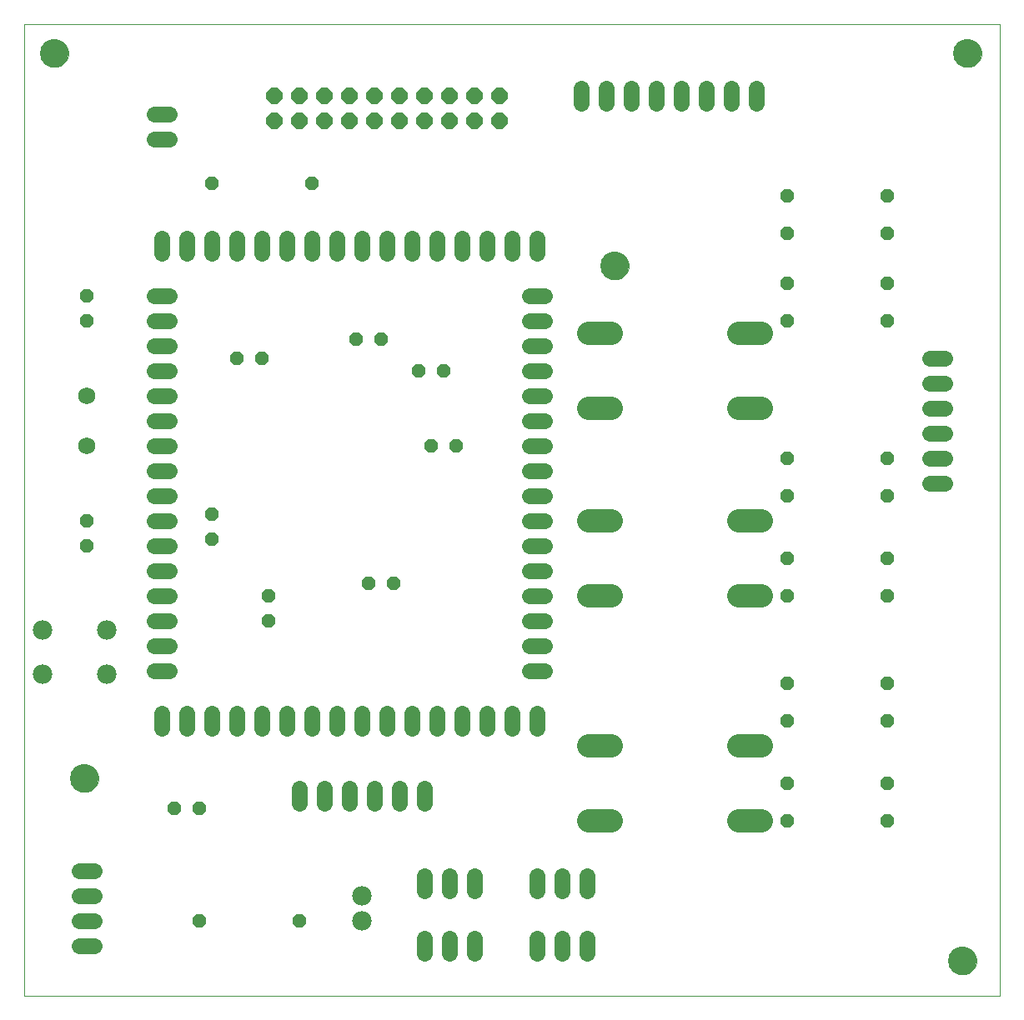
<source format=gbs>
G75*
G70*
%OFA0B0*%
%FSLAX24Y24*%
%IPPOS*%
%LPD*%
%AMOC8*
5,1,8,0,0,1.08239X$1,22.5*
%
%ADD10C,0.0000*%
%ADD11C,0.1142*%
%ADD12C,0.0640*%
%ADD13OC8,0.0560*%
%ADD14OC8,0.0640*%
%ADD15C,0.0690*%
%ADD16C,0.0780*%
%ADD17C,0.0925*%
D10*
X000180Y000180D02*
X000180Y039050D01*
X039172Y039050D01*
X039172Y000180D01*
X000180Y000180D01*
X002029Y008880D02*
X002031Y008927D01*
X002037Y008973D01*
X002047Y009019D01*
X002060Y009064D01*
X002078Y009107D01*
X002099Y009149D01*
X002123Y009189D01*
X002151Y009226D01*
X002182Y009261D01*
X002216Y009294D01*
X002252Y009323D01*
X002291Y009349D01*
X002332Y009372D01*
X002375Y009391D01*
X002419Y009407D01*
X002464Y009419D01*
X002510Y009427D01*
X002557Y009431D01*
X002603Y009431D01*
X002650Y009427D01*
X002696Y009419D01*
X002741Y009407D01*
X002785Y009391D01*
X002828Y009372D01*
X002869Y009349D01*
X002908Y009323D01*
X002944Y009294D01*
X002978Y009261D01*
X003009Y009226D01*
X003037Y009189D01*
X003061Y009149D01*
X003082Y009107D01*
X003100Y009064D01*
X003113Y009019D01*
X003123Y008973D01*
X003129Y008927D01*
X003131Y008880D01*
X003129Y008833D01*
X003123Y008787D01*
X003113Y008741D01*
X003100Y008696D01*
X003082Y008653D01*
X003061Y008611D01*
X003037Y008571D01*
X003009Y008534D01*
X002978Y008499D01*
X002944Y008466D01*
X002908Y008437D01*
X002869Y008411D01*
X002828Y008388D01*
X002785Y008369D01*
X002741Y008353D01*
X002696Y008341D01*
X002650Y008333D01*
X002603Y008329D01*
X002557Y008329D01*
X002510Y008333D01*
X002464Y008341D01*
X002419Y008353D01*
X002375Y008369D01*
X002332Y008388D01*
X002291Y008411D01*
X002252Y008437D01*
X002216Y008466D01*
X002182Y008499D01*
X002151Y008534D01*
X002123Y008571D01*
X002099Y008611D01*
X002078Y008653D01*
X002060Y008696D01*
X002047Y008741D01*
X002037Y008787D01*
X002031Y008833D01*
X002029Y008880D01*
X023229Y029380D02*
X023231Y029427D01*
X023237Y029473D01*
X023247Y029519D01*
X023260Y029564D01*
X023278Y029607D01*
X023299Y029649D01*
X023323Y029689D01*
X023351Y029726D01*
X023382Y029761D01*
X023416Y029794D01*
X023452Y029823D01*
X023491Y029849D01*
X023532Y029872D01*
X023575Y029891D01*
X023619Y029907D01*
X023664Y029919D01*
X023710Y029927D01*
X023757Y029931D01*
X023803Y029931D01*
X023850Y029927D01*
X023896Y029919D01*
X023941Y029907D01*
X023985Y029891D01*
X024028Y029872D01*
X024069Y029849D01*
X024108Y029823D01*
X024144Y029794D01*
X024178Y029761D01*
X024209Y029726D01*
X024237Y029689D01*
X024261Y029649D01*
X024282Y029607D01*
X024300Y029564D01*
X024313Y029519D01*
X024323Y029473D01*
X024329Y029427D01*
X024331Y029380D01*
X024329Y029333D01*
X024323Y029287D01*
X024313Y029241D01*
X024300Y029196D01*
X024282Y029153D01*
X024261Y029111D01*
X024237Y029071D01*
X024209Y029034D01*
X024178Y028999D01*
X024144Y028966D01*
X024108Y028937D01*
X024069Y028911D01*
X024028Y028888D01*
X023985Y028869D01*
X023941Y028853D01*
X023896Y028841D01*
X023850Y028833D01*
X023803Y028829D01*
X023757Y028829D01*
X023710Y028833D01*
X023664Y028841D01*
X023619Y028853D01*
X023575Y028869D01*
X023532Y028888D01*
X023491Y028911D01*
X023452Y028937D01*
X023416Y028966D01*
X023382Y028999D01*
X023351Y029034D01*
X023323Y029071D01*
X023299Y029111D01*
X023278Y029153D01*
X023260Y029196D01*
X023247Y029241D01*
X023237Y029287D01*
X023231Y029333D01*
X023229Y029380D01*
X037329Y037880D02*
X037331Y037927D01*
X037337Y037973D01*
X037347Y038019D01*
X037360Y038064D01*
X037378Y038107D01*
X037399Y038149D01*
X037423Y038189D01*
X037451Y038226D01*
X037482Y038261D01*
X037516Y038294D01*
X037552Y038323D01*
X037591Y038349D01*
X037632Y038372D01*
X037675Y038391D01*
X037719Y038407D01*
X037764Y038419D01*
X037810Y038427D01*
X037857Y038431D01*
X037903Y038431D01*
X037950Y038427D01*
X037996Y038419D01*
X038041Y038407D01*
X038085Y038391D01*
X038128Y038372D01*
X038169Y038349D01*
X038208Y038323D01*
X038244Y038294D01*
X038278Y038261D01*
X038309Y038226D01*
X038337Y038189D01*
X038361Y038149D01*
X038382Y038107D01*
X038400Y038064D01*
X038413Y038019D01*
X038423Y037973D01*
X038429Y037927D01*
X038431Y037880D01*
X038429Y037833D01*
X038423Y037787D01*
X038413Y037741D01*
X038400Y037696D01*
X038382Y037653D01*
X038361Y037611D01*
X038337Y037571D01*
X038309Y037534D01*
X038278Y037499D01*
X038244Y037466D01*
X038208Y037437D01*
X038169Y037411D01*
X038128Y037388D01*
X038085Y037369D01*
X038041Y037353D01*
X037996Y037341D01*
X037950Y037333D01*
X037903Y037329D01*
X037857Y037329D01*
X037810Y037333D01*
X037764Y037341D01*
X037719Y037353D01*
X037675Y037369D01*
X037632Y037388D01*
X037591Y037411D01*
X037552Y037437D01*
X037516Y037466D01*
X037482Y037499D01*
X037451Y037534D01*
X037423Y037571D01*
X037399Y037611D01*
X037378Y037653D01*
X037360Y037696D01*
X037347Y037741D01*
X037337Y037787D01*
X037331Y037833D01*
X037329Y037880D01*
X000829Y037880D02*
X000831Y037927D01*
X000837Y037973D01*
X000847Y038019D01*
X000860Y038064D01*
X000878Y038107D01*
X000899Y038149D01*
X000923Y038189D01*
X000951Y038226D01*
X000982Y038261D01*
X001016Y038294D01*
X001052Y038323D01*
X001091Y038349D01*
X001132Y038372D01*
X001175Y038391D01*
X001219Y038407D01*
X001264Y038419D01*
X001310Y038427D01*
X001357Y038431D01*
X001403Y038431D01*
X001450Y038427D01*
X001496Y038419D01*
X001541Y038407D01*
X001585Y038391D01*
X001628Y038372D01*
X001669Y038349D01*
X001708Y038323D01*
X001744Y038294D01*
X001778Y038261D01*
X001809Y038226D01*
X001837Y038189D01*
X001861Y038149D01*
X001882Y038107D01*
X001900Y038064D01*
X001913Y038019D01*
X001923Y037973D01*
X001929Y037927D01*
X001931Y037880D01*
X001929Y037833D01*
X001923Y037787D01*
X001913Y037741D01*
X001900Y037696D01*
X001882Y037653D01*
X001861Y037611D01*
X001837Y037571D01*
X001809Y037534D01*
X001778Y037499D01*
X001744Y037466D01*
X001708Y037437D01*
X001669Y037411D01*
X001628Y037388D01*
X001585Y037369D01*
X001541Y037353D01*
X001496Y037341D01*
X001450Y037333D01*
X001403Y037329D01*
X001357Y037329D01*
X001310Y037333D01*
X001264Y037341D01*
X001219Y037353D01*
X001175Y037369D01*
X001132Y037388D01*
X001091Y037411D01*
X001052Y037437D01*
X001016Y037466D01*
X000982Y037499D01*
X000951Y037534D01*
X000923Y037571D01*
X000899Y037611D01*
X000878Y037653D01*
X000860Y037696D01*
X000847Y037741D01*
X000837Y037787D01*
X000831Y037833D01*
X000829Y037880D01*
X037129Y001580D02*
X037131Y001627D01*
X037137Y001673D01*
X037147Y001719D01*
X037160Y001764D01*
X037178Y001807D01*
X037199Y001849D01*
X037223Y001889D01*
X037251Y001926D01*
X037282Y001961D01*
X037316Y001994D01*
X037352Y002023D01*
X037391Y002049D01*
X037432Y002072D01*
X037475Y002091D01*
X037519Y002107D01*
X037564Y002119D01*
X037610Y002127D01*
X037657Y002131D01*
X037703Y002131D01*
X037750Y002127D01*
X037796Y002119D01*
X037841Y002107D01*
X037885Y002091D01*
X037928Y002072D01*
X037969Y002049D01*
X038008Y002023D01*
X038044Y001994D01*
X038078Y001961D01*
X038109Y001926D01*
X038137Y001889D01*
X038161Y001849D01*
X038182Y001807D01*
X038200Y001764D01*
X038213Y001719D01*
X038223Y001673D01*
X038229Y001627D01*
X038231Y001580D01*
X038229Y001533D01*
X038223Y001487D01*
X038213Y001441D01*
X038200Y001396D01*
X038182Y001353D01*
X038161Y001311D01*
X038137Y001271D01*
X038109Y001234D01*
X038078Y001199D01*
X038044Y001166D01*
X038008Y001137D01*
X037969Y001111D01*
X037928Y001088D01*
X037885Y001069D01*
X037841Y001053D01*
X037796Y001041D01*
X037750Y001033D01*
X037703Y001029D01*
X037657Y001029D01*
X037610Y001033D01*
X037564Y001041D01*
X037519Y001053D01*
X037475Y001069D01*
X037432Y001088D01*
X037391Y001111D01*
X037352Y001137D01*
X037316Y001166D01*
X037282Y001199D01*
X037251Y001234D01*
X037223Y001271D01*
X037199Y001311D01*
X037178Y001353D01*
X037160Y001396D01*
X037147Y001441D01*
X037137Y001487D01*
X037131Y001533D01*
X037129Y001580D01*
D11*
X037680Y001580D03*
X023780Y029380D03*
X037880Y037880D03*
X002580Y008880D03*
X001380Y037880D03*
D12*
X005380Y035430D02*
X005980Y035430D01*
X005980Y034430D02*
X005380Y034430D01*
X005680Y030480D02*
X005680Y029880D01*
X006680Y029880D02*
X006680Y030480D01*
X007680Y030480D02*
X007680Y029880D01*
X008680Y029880D02*
X008680Y030480D01*
X009680Y030480D02*
X009680Y029880D01*
X010680Y029880D02*
X010680Y030480D01*
X011680Y030480D02*
X011680Y029880D01*
X012680Y029880D02*
X012680Y030480D01*
X013680Y030480D02*
X013680Y029880D01*
X014680Y029880D02*
X014680Y030480D01*
X015680Y030480D02*
X015680Y029880D01*
X016680Y029880D02*
X016680Y030480D01*
X017680Y030480D02*
X017680Y029880D01*
X018680Y029880D02*
X018680Y030480D01*
X019680Y030480D02*
X019680Y029880D01*
X020680Y029880D02*
X020680Y030480D01*
X020980Y028180D02*
X020380Y028180D01*
X020380Y027180D02*
X020980Y027180D01*
X020980Y026180D02*
X020380Y026180D01*
X020380Y025180D02*
X020980Y025180D01*
X020980Y024180D02*
X020380Y024180D01*
X020380Y023180D02*
X020980Y023180D01*
X020980Y022180D02*
X020380Y022180D01*
X020380Y021180D02*
X020980Y021180D01*
X020980Y020180D02*
X020380Y020180D01*
X020380Y019180D02*
X020980Y019180D01*
X020980Y018180D02*
X020380Y018180D01*
X020380Y017180D02*
X020980Y017180D01*
X020980Y016180D02*
X020380Y016180D01*
X020380Y015180D02*
X020980Y015180D01*
X020980Y014180D02*
X020380Y014180D01*
X020380Y013180D02*
X020980Y013180D01*
X020680Y011480D02*
X020680Y010880D01*
X019680Y010880D02*
X019680Y011480D01*
X018680Y011480D02*
X018680Y010880D01*
X017680Y010880D02*
X017680Y011480D01*
X016680Y011480D02*
X016680Y010880D01*
X015680Y010880D02*
X015680Y011480D01*
X014680Y011480D02*
X014680Y010880D01*
X013680Y010880D02*
X013680Y011480D01*
X012680Y011480D02*
X012680Y010880D01*
X011680Y010880D02*
X011680Y011480D01*
X010680Y011480D02*
X010680Y010880D01*
X009680Y010880D02*
X009680Y011480D01*
X008680Y011480D02*
X008680Y010880D01*
X007680Y010880D02*
X007680Y011480D01*
X006680Y011480D02*
X006680Y010880D01*
X005680Y010880D02*
X005680Y011480D01*
X005380Y013180D02*
X005980Y013180D01*
X005980Y014180D02*
X005380Y014180D01*
X005380Y015180D02*
X005980Y015180D01*
X005980Y016180D02*
X005380Y016180D01*
X005380Y017180D02*
X005980Y017180D01*
X005980Y018180D02*
X005380Y018180D01*
X005380Y019180D02*
X005980Y019180D01*
X005980Y020180D02*
X005380Y020180D01*
X005380Y021180D02*
X005980Y021180D01*
X005980Y022180D02*
X005380Y022180D01*
X005380Y023180D02*
X005980Y023180D01*
X005980Y024180D02*
X005380Y024180D01*
X005380Y025180D02*
X005980Y025180D01*
X005980Y026180D02*
X005380Y026180D01*
X005380Y027180D02*
X005980Y027180D01*
X005980Y028180D02*
X005380Y028180D01*
X022430Y035880D02*
X022430Y036480D01*
X023430Y036480D02*
X023430Y035880D01*
X024430Y035880D02*
X024430Y036480D01*
X025430Y036480D02*
X025430Y035880D01*
X026430Y035880D02*
X026430Y036480D01*
X027430Y036480D02*
X027430Y035880D01*
X028430Y035880D02*
X028430Y036480D01*
X029430Y036480D02*
X029430Y035880D01*
X036380Y025680D02*
X036980Y025680D01*
X036980Y024680D02*
X036380Y024680D01*
X036380Y023680D02*
X036980Y023680D01*
X036980Y022680D02*
X036380Y022680D01*
X036380Y021680D02*
X036980Y021680D01*
X036980Y020680D02*
X036380Y020680D01*
X022680Y004980D02*
X022680Y004380D01*
X021680Y004380D02*
X021680Y004980D01*
X020680Y004980D02*
X020680Y004380D01*
X020680Y002480D02*
X020680Y001880D01*
X021680Y001880D02*
X021680Y002480D01*
X022680Y002480D02*
X022680Y001880D01*
X018180Y001880D02*
X018180Y002480D01*
X017180Y002480D02*
X017180Y001880D01*
X016180Y001880D02*
X016180Y002480D01*
X016180Y004380D02*
X016180Y004980D01*
X017180Y004980D02*
X017180Y004380D01*
X018180Y004380D02*
X018180Y004980D01*
X016180Y007880D02*
X016180Y008480D01*
X015180Y008480D02*
X015180Y007880D01*
X014180Y007880D02*
X014180Y008480D01*
X013180Y008480D02*
X013180Y007880D01*
X012180Y007880D02*
X012180Y008480D01*
X011180Y008480D02*
X011180Y007880D01*
X002980Y005180D02*
X002380Y005180D01*
X002380Y004180D02*
X002980Y004180D01*
X002980Y003180D02*
X002380Y003180D01*
X002380Y002180D02*
X002980Y002180D01*
D13*
X007180Y003180D03*
X011180Y003180D03*
X007180Y007680D03*
X006180Y007680D03*
X009930Y015180D03*
X009930Y016180D03*
X007680Y018430D03*
X007680Y019430D03*
X002680Y019180D03*
X002680Y018180D03*
X008680Y025680D03*
X009680Y025680D03*
X013430Y026430D03*
X014430Y026430D03*
X015930Y025180D03*
X016930Y025180D03*
X016430Y022180D03*
X017430Y022180D03*
X014930Y016680D03*
X013930Y016680D03*
X002680Y027180D03*
X002680Y028180D03*
X007680Y032680D03*
X011680Y032680D03*
X030680Y032180D03*
X030680Y030680D03*
X030680Y028680D03*
X030680Y027180D03*
X034680Y027180D03*
X034680Y028680D03*
X034680Y030680D03*
X034680Y032180D03*
X034680Y021680D03*
X034680Y020180D03*
X034680Y017680D03*
X034680Y016180D03*
X034680Y012680D03*
X034680Y011180D03*
X034680Y008680D03*
X034680Y007180D03*
X030680Y007180D03*
X030680Y008680D03*
X030680Y011180D03*
X030680Y012680D03*
X030680Y016180D03*
X030680Y017680D03*
X030680Y020180D03*
X030680Y021680D03*
D14*
X019180Y035180D03*
X019180Y036180D03*
X018180Y036180D03*
X018180Y035180D03*
X017180Y035180D03*
X017180Y036180D03*
X016180Y036180D03*
X016180Y035180D03*
X015180Y035180D03*
X015180Y036180D03*
X014180Y036180D03*
X014180Y035180D03*
X013180Y035180D03*
X013180Y036180D03*
X012180Y036180D03*
X012180Y035180D03*
X011180Y035180D03*
X011180Y036180D03*
X010180Y036180D03*
X010180Y035180D03*
D15*
X002680Y024180D03*
X002680Y022180D03*
D16*
X003460Y014820D03*
X003460Y013040D03*
X000900Y013040D03*
X000900Y014820D03*
X013680Y004180D03*
X013680Y003180D03*
D17*
X022738Y007180D02*
X023623Y007180D01*
X023623Y010180D02*
X022738Y010180D01*
X028738Y010180D02*
X029623Y010180D01*
X029623Y007180D02*
X028738Y007180D01*
X028738Y016180D02*
X029623Y016180D01*
X029623Y019180D02*
X028738Y019180D01*
X028738Y023680D02*
X029623Y023680D01*
X029623Y026680D02*
X028738Y026680D01*
X023623Y026680D02*
X022738Y026680D01*
X022738Y023680D02*
X023623Y023680D01*
X023623Y019180D02*
X022738Y019180D01*
X022738Y016180D02*
X023623Y016180D01*
M02*

</source>
